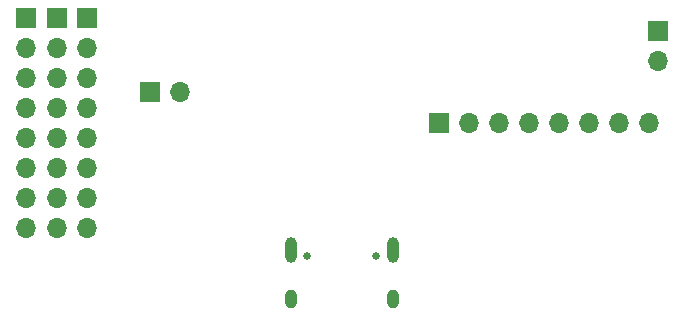
<source format=gbr>
%TF.GenerationSoftware,KiCad,Pcbnew,(6.0.4)*%
%TF.CreationDate,2022-06-24T22:40:59+02:00*%
%TF.ProjectId,ESP32_robot,45535033-325f-4726-9f62-6f742e6b6963,rev?*%
%TF.SameCoordinates,Original*%
%TF.FileFunction,Soldermask,Bot*%
%TF.FilePolarity,Negative*%
%FSLAX46Y46*%
G04 Gerber Fmt 4.6, Leading zero omitted, Abs format (unit mm)*
G04 Created by KiCad (PCBNEW (6.0.4)) date 2022-06-24 22:40:59*
%MOMM*%
%LPD*%
G01*
G04 APERTURE LIST*
G04 Aperture macros list*
%AMRoundRect*
0 Rectangle with rounded corners*
0 $1 Rounding radius*
0 $2 $3 $4 $5 $6 $7 $8 $9 X,Y pos of 4 corners*
0 Add a 4 corners polygon primitive as box body*
4,1,4,$2,$3,$4,$5,$6,$7,$8,$9,$2,$3,0*
0 Add four circle primitives for the rounded corners*
1,1,$1+$1,$2,$3*
1,1,$1+$1,$4,$5*
1,1,$1+$1,$6,$7*
1,1,$1+$1,$8,$9*
0 Add four rect primitives between the rounded corners*
20,1,$1+$1,$2,$3,$4,$5,0*
20,1,$1+$1,$4,$5,$6,$7,0*
20,1,$1+$1,$6,$7,$8,$9,0*
20,1,$1+$1,$8,$9,$2,$3,0*%
G04 Aperture macros list end*
%ADD10C,0.670000*%
%ADD11RoundRect,0.500000X0.000000X-0.600000X0.000000X-0.600000X0.000000X0.600000X0.000000X0.600000X0*%
%ADD12RoundRect,0.500000X0.000000X-0.300000X0.000000X-0.300000X0.000000X0.300000X0.000000X0.300000X0*%
%ADD13R,1.700000X1.700000*%
%ADD14O,1.700000X1.700000*%
G04 APERTURE END LIST*
D10*
%TO.C,J1*%
X107268600Y-76225400D03*
X101468600Y-76225400D03*
D11*
X108688600Y-75695400D03*
D12*
X108688600Y-79875400D03*
D11*
X100048600Y-75695400D03*
D12*
X100048600Y-79875400D03*
%TD*%
D13*
%TO.C,J4*%
X82800000Y-56050000D03*
D14*
X82800000Y-58590000D03*
X82800000Y-61130000D03*
X82800000Y-63670000D03*
X82800000Y-66210000D03*
X82800000Y-68750000D03*
X82800000Y-71290000D03*
X82800000Y-73830000D03*
%TD*%
D13*
%TO.C,J3*%
X131200000Y-57200000D03*
D14*
X131200000Y-59740000D03*
%TD*%
D13*
%TO.C,J2*%
X112650000Y-65000000D03*
D14*
X115190000Y-65000000D03*
X117730000Y-65000000D03*
X120270000Y-65000000D03*
X122810000Y-65000000D03*
X125350000Y-65000000D03*
X127890000Y-65000000D03*
X130430000Y-65000000D03*
%TD*%
D13*
%TO.C,5V1*%
X80240000Y-56060000D03*
D14*
X80240000Y-58600000D03*
X80240000Y-61140000D03*
X80240000Y-63680000D03*
X80240000Y-66220000D03*
X80240000Y-68760000D03*
X80240000Y-71300000D03*
X80240000Y-73840000D03*
%TD*%
D13*
%TO.C,J5*%
X88125000Y-62340000D03*
D14*
X90665000Y-62340000D03*
%TD*%
D13*
%TO.C,G1*%
X77680000Y-56060000D03*
D14*
X77680000Y-58600000D03*
X77680000Y-61140000D03*
X77680000Y-63680000D03*
X77680000Y-66220000D03*
X77680000Y-68760000D03*
X77680000Y-71300000D03*
X77680000Y-73840000D03*
%TD*%
M02*

</source>
